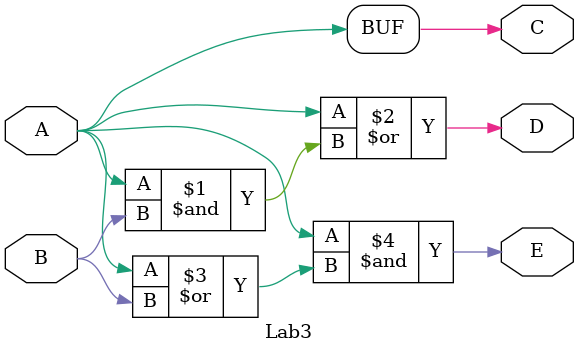
<source format=v>
`timescale 1ns / 1ps


module Lab3(
    input A,
    input B,
    output C,
    output D,
    output E
    );
    assign C = A;
    assign D = A|(A&B);
    assign E = A&(A|B);
endmodule

</source>
